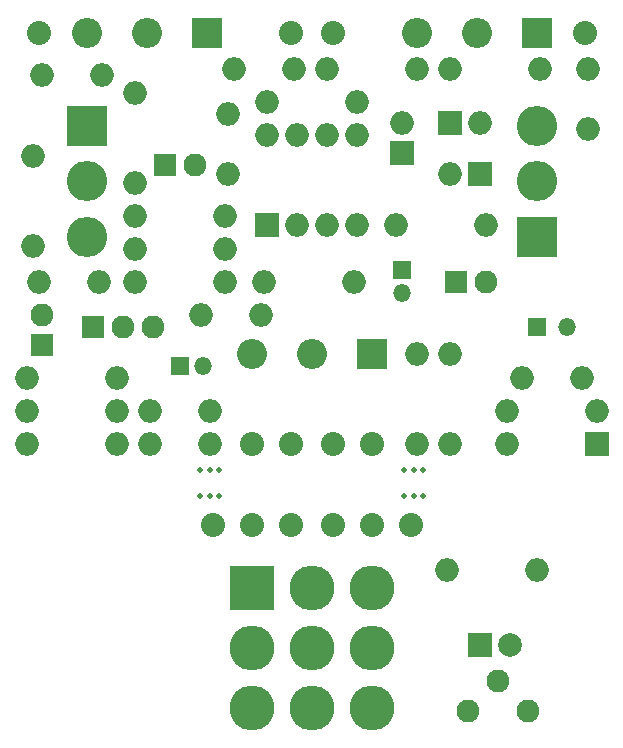
<source format=gbr>
G04 #@! TF.GenerationSoftware,KiCad,Pcbnew,(5.1.8-0-10_14)*
G04 #@! TF.CreationDate,2020-11-14T19:44:57+01:00*
G04 #@! TF.ProjectId,fet-amplifier,6665742d-616d-4706-9c69-666965722e6b,rev?*
G04 #@! TF.SameCoordinates,Original*
G04 #@! TF.FileFunction,Soldermask,Bot*
G04 #@! TF.FilePolarity,Negative*
%FSLAX46Y46*%
G04 Gerber Fmt 4.6, Leading zero omitted, Abs format (unit mm)*
G04 Created by KiCad (PCBNEW (5.1.8-0-10_14)) date 2020-11-14 19:44:57*
%MOMM*%
%LPD*%
G01*
G04 APERTURE LIST*
%ADD10R,2.000000X2.000000*%
%ADD11C,2.000000*%
%ADD12C,0.500000*%
%ADD13O,2.000000X2.000000*%
%ADD14O,3.416000X3.416000*%
%ADD15R,3.416000X3.416000*%
%ADD16R,3.816000X3.816000*%
%ADD17O,3.816000X3.816000*%
%ADD18O,1.930400X1.930400*%
%ADD19O,2.540000X2.540000*%
%ADD20R,2.540000X2.540000*%
%ADD21R,1.930400X1.930400*%
%ADD22O,2.032000X2.032000*%
%ADD23O,1.508000X1.508000*%
%ADD24R,1.508000X1.508000*%
G04 APERTURE END LIST*
D10*
X104140000Y-132334000D03*
D11*
X106680000Y-132334000D03*
D12*
X99352000Y-119718000D03*
X97752000Y-119718000D03*
X97752000Y-117518000D03*
X99352000Y-117518000D03*
X98552000Y-119718000D03*
X98552000Y-117518000D03*
X82080000Y-119718000D03*
X80480000Y-119718000D03*
X80480000Y-117518000D03*
X82080000Y-117518000D03*
X81280000Y-119718000D03*
X81280000Y-117518000D03*
D13*
X86106000Y-89154000D03*
X88646000Y-89154000D03*
X91186000Y-89154000D03*
X93726000Y-89154000D03*
X93726000Y-96774000D03*
X91186000Y-96774000D03*
X88646000Y-96774000D03*
D10*
X86106000Y-96774000D03*
D14*
X70866000Y-97790000D03*
X70866000Y-93091000D03*
D15*
X70866000Y-88392000D03*
D14*
X108966000Y-88392000D03*
X108966000Y-93091000D03*
D15*
X108966000Y-97790000D03*
D16*
X84836000Y-127508000D03*
D17*
X84836000Y-132588000D03*
X84836000Y-137668000D03*
X89916000Y-127508000D03*
X89916000Y-132588000D03*
X89916000Y-137668000D03*
X94996000Y-127508000D03*
X94996000Y-132588000D03*
X94996000Y-137668000D03*
D18*
X108204000Y-137922000D03*
X105664000Y-135382000D03*
X103124000Y-137922000D03*
D19*
X70866000Y-80518000D03*
X75946000Y-80518000D03*
D20*
X81026000Y-80518000D03*
D19*
X98806000Y-80518000D03*
X103886000Y-80518000D03*
D20*
X108966000Y-80518000D03*
D19*
X84836000Y-107696000D03*
X89916000Y-107696000D03*
D20*
X94996000Y-107696000D03*
D13*
X108966000Y-125984000D03*
X101346000Y-125984000D03*
X66294000Y-90932000D03*
X66294000Y-98552000D03*
X73406000Y-115316000D03*
X65786000Y-115316000D03*
X101600000Y-115316000D03*
X101600000Y-107696000D03*
X114046000Y-112522000D03*
X106426000Y-112522000D03*
X74930000Y-85598000D03*
X74930000Y-93218000D03*
X98806000Y-107696000D03*
X98806000Y-115316000D03*
X93726000Y-86360000D03*
X86106000Y-86360000D03*
X104648000Y-96774000D03*
X97028000Y-96774000D03*
X65786000Y-109728000D03*
X73406000Y-109728000D03*
X109220000Y-83566000D03*
X101600000Y-83566000D03*
X91186000Y-83566000D03*
X98806000Y-83566000D03*
X74930000Y-96012000D03*
X82550000Y-96012000D03*
X74930000Y-98806000D03*
X82550000Y-98806000D03*
X76200000Y-115316000D03*
X81280000Y-115316000D03*
X85852000Y-101600000D03*
X93472000Y-101600000D03*
X73406000Y-112522000D03*
X65786000Y-112522000D03*
X82550000Y-101600000D03*
X74930000Y-101600000D03*
D21*
X71374000Y-105410000D03*
D18*
X73914000Y-105410000D03*
X76454000Y-105410000D03*
D22*
X98298000Y-122174000D03*
X94996000Y-122174000D03*
X113030000Y-80518000D03*
X91694000Y-122174000D03*
X88138000Y-122174000D03*
X91694000Y-80518000D03*
X84836000Y-122174000D03*
X81534000Y-122174000D03*
X88138000Y-115316000D03*
X88138000Y-80518000D03*
X94996000Y-115316000D03*
X66802000Y-80518000D03*
X91694000Y-115316000D03*
X84836000Y-115316000D03*
D10*
X114046000Y-115316000D03*
D13*
X106426000Y-115316000D03*
X104140000Y-88138000D03*
D10*
X101600000Y-88138000D03*
D13*
X101600000Y-92456000D03*
D10*
X104140000Y-92456000D03*
D13*
X97536000Y-88138000D03*
D10*
X97536000Y-90678000D03*
D18*
X67056000Y-104394000D03*
D21*
X67056000Y-106934000D03*
D18*
X104648000Y-101600000D03*
D21*
X102108000Y-101600000D03*
D23*
X111506000Y-105410000D03*
D24*
X108966000Y-105410000D03*
D13*
X112776000Y-109728000D03*
X107696000Y-109728000D03*
X82804000Y-87376000D03*
X82804000Y-92456000D03*
X72136000Y-84074000D03*
X67056000Y-84074000D03*
D23*
X97536000Y-102600000D03*
D24*
X97536000Y-100600000D03*
D13*
X113284000Y-88646000D03*
X113284000Y-83566000D03*
X83312000Y-83566000D03*
X88392000Y-83566000D03*
D18*
X80010000Y-91694000D03*
D21*
X77470000Y-91694000D03*
D13*
X71882000Y-101600000D03*
X66802000Y-101600000D03*
X81280000Y-112522000D03*
X76200000Y-112522000D03*
D23*
X80740000Y-108712000D03*
D24*
X78740000Y-108712000D03*
D13*
X80518000Y-104394000D03*
X85598000Y-104394000D03*
M02*

</source>
